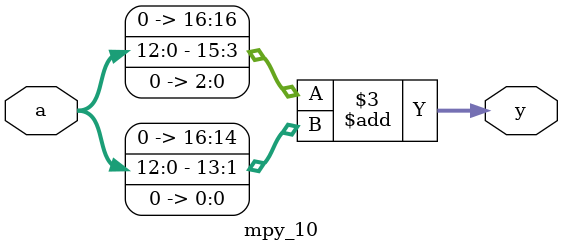
<source format=sv>
`timescale 1ns / 1ps


module mpy_10 ( input logic [12:0] a,
output logic [16:0] y );
assign y = (a << 3) + (a << 1);
endmodule


</source>
